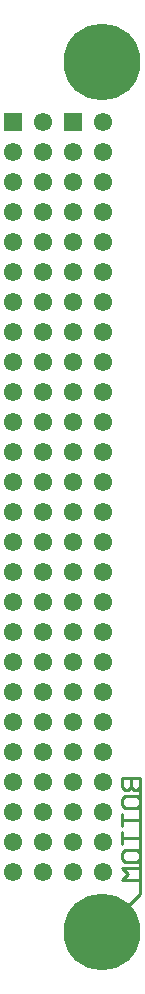
<source format=gbl>
G04 Layer_Physical_Order=2*
G04 Layer_Color=16711680*
%FSAX25Y25*%
%MOIN*%
G70*
G01*
G75*
%ADD10C,0.01000*%
%ADD11C,0.25590*%
%ADD12C,0.06102*%
%ADD13R,0.06102X0.06102*%
D10*
X0578000Y0169500D02*
Y0208000D01*
X0567300Y0158800D02*
X0578000Y0169500D01*
X0572002Y0208000D02*
X0578000D01*
Y0205001D01*
X0577000Y0204001D01*
X0576001D01*
X0575001Y0205001D01*
Y0208000D01*
Y0205001D01*
X0574001Y0204001D01*
X0573002D01*
X0572002Y0205001D01*
Y0208000D01*
Y0199003D02*
Y0201002D01*
X0573002Y0202002D01*
X0577000D01*
X0578000Y0201002D01*
Y0199003D01*
X0577000Y0198003D01*
X0573002D01*
X0572002Y0199003D01*
Y0196004D02*
Y0192005D01*
Y0194004D01*
X0578000D01*
X0572002Y0190006D02*
Y0186007D01*
Y0188006D01*
X0578000D01*
X0572002Y0181009D02*
Y0183008D01*
X0573002Y0184008D01*
X0577000D01*
X0578000Y0183008D01*
Y0181009D01*
X0577000Y0180009D01*
X0573002D01*
X0572002Y0181009D01*
X0578000Y0178010D02*
X0572002D01*
X0574001Y0176010D01*
X0572002Y0174011D01*
X0578000D01*
D11*
X0565354Y0156728D02*
D03*
X0565484Y0446728D02*
D03*
D12*
X0535579Y0176736D02*
D03*
X0545579D02*
D03*
X0535579Y0226736D02*
D03*
X0545579D02*
D03*
Y0216736D02*
D03*
X0535579D02*
D03*
X0545579Y0206736D02*
D03*
X0535579D02*
D03*
X0545579Y0196736D02*
D03*
X0535579D02*
D03*
X0545579Y0186736D02*
D03*
X0535579D02*
D03*
Y0276736D02*
D03*
X0545579D02*
D03*
Y0266736D02*
D03*
X0535579D02*
D03*
X0545579Y0256736D02*
D03*
X0535579D02*
D03*
X0545579Y0246736D02*
D03*
X0535579D02*
D03*
X0545579Y0236736D02*
D03*
X0535579D02*
D03*
Y0326736D02*
D03*
X0545579D02*
D03*
Y0316736D02*
D03*
X0535579D02*
D03*
X0545579Y0306736D02*
D03*
X0535579D02*
D03*
X0545579Y0296736D02*
D03*
X0535579D02*
D03*
X0545579Y0286736D02*
D03*
X0535579D02*
D03*
Y0376736D02*
D03*
X0545579D02*
D03*
Y0366736D02*
D03*
X0535579D02*
D03*
X0545579Y0356736D02*
D03*
X0535579D02*
D03*
X0545579Y0346736D02*
D03*
X0535579D02*
D03*
X0545579Y0336736D02*
D03*
X0535579D02*
D03*
Y0386736D02*
D03*
X0545579D02*
D03*
X0535579Y0396736D02*
D03*
X0545579D02*
D03*
X0535579Y0406736D02*
D03*
X0545579D02*
D03*
X0535579Y0416736D02*
D03*
X0545579D02*
D03*
Y0426736D02*
D03*
X0555579Y0176736D02*
D03*
X0565579D02*
D03*
X0555579Y0226736D02*
D03*
X0565579D02*
D03*
Y0216736D02*
D03*
X0555579D02*
D03*
X0565579Y0206736D02*
D03*
X0555579D02*
D03*
X0565579Y0196736D02*
D03*
X0555579D02*
D03*
X0565579Y0186736D02*
D03*
X0555579D02*
D03*
Y0276736D02*
D03*
X0565579D02*
D03*
Y0266736D02*
D03*
X0555579D02*
D03*
X0565579Y0256736D02*
D03*
X0555579D02*
D03*
X0565579Y0246736D02*
D03*
X0555579D02*
D03*
X0565579Y0236736D02*
D03*
X0555579D02*
D03*
Y0326736D02*
D03*
X0565579D02*
D03*
Y0316736D02*
D03*
X0555579D02*
D03*
X0565579Y0306736D02*
D03*
X0555579D02*
D03*
X0565579Y0296736D02*
D03*
X0555579D02*
D03*
X0565579Y0286736D02*
D03*
X0555579D02*
D03*
Y0376736D02*
D03*
X0565579D02*
D03*
Y0366736D02*
D03*
X0555579D02*
D03*
X0565579Y0356736D02*
D03*
X0555579D02*
D03*
X0565579Y0346736D02*
D03*
X0555579D02*
D03*
X0565579Y0336736D02*
D03*
X0555579D02*
D03*
Y0386736D02*
D03*
X0565579D02*
D03*
X0555579Y0396736D02*
D03*
X0565579D02*
D03*
X0555579Y0406736D02*
D03*
X0565579D02*
D03*
X0555579Y0416736D02*
D03*
X0565579D02*
D03*
Y0426736D02*
D03*
D13*
X0535579D02*
D03*
X0555579D02*
D03*
M02*

</source>
